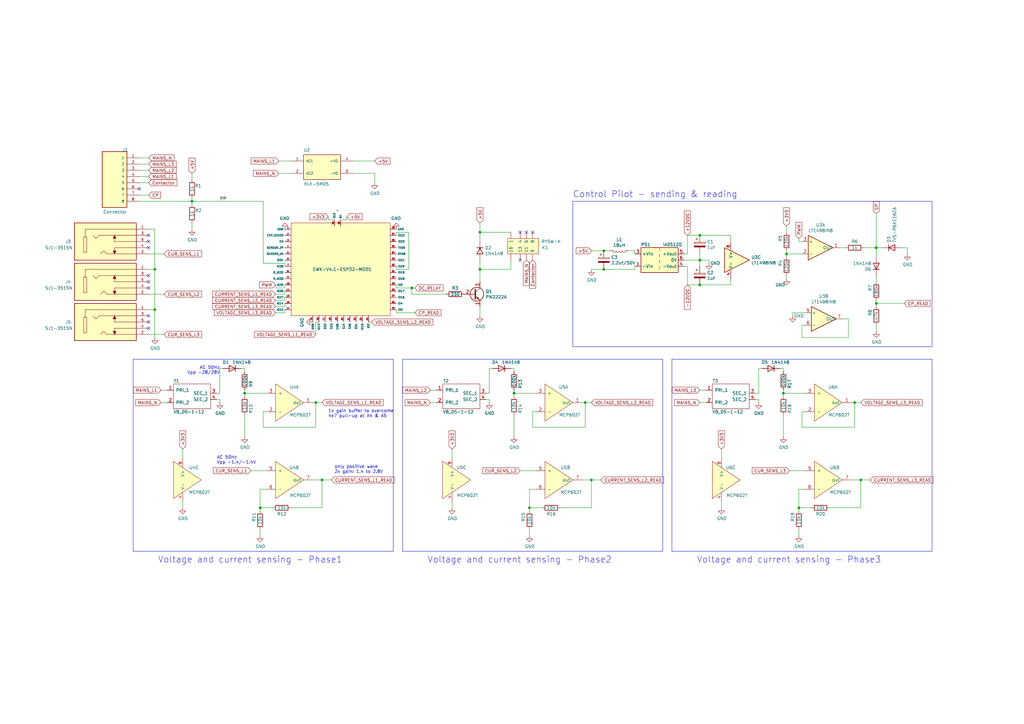
<source format=kicad_sch>
(kicad_sch (version 20230121) (generator eeschema)
  (paper "A3")
  (title_block (title "ECS HORIZOP Prototype") (date "2023-05-14") (rev "1.4") (company "HORIZOP Energy"))
  (lib_symbols
    (symbol "282856-8:282856-8" (pin_names (offset 1.016))
      (property "Reference" "J" (at -5.58 12.7 0))
      (property "Value" "282856-8" (at -5.08 -12.7 0))
      (symbol "282856-8_0_0"
        (pin passive line (at -10.16 10.16 0) (length 5.08) (name "1") (number "1"))
        (pin passive line (at -10.16 7.62 0) (length 5.08) (name "2") (number "2"))
        (pin passive line (at -10.16 5.08 0) (length 5.08) (name "3") (number "3"))
        (pin passive line (at -10.16 2.54 0) (length 5.08) (name "4") (number "4"))
        (pin passive line (at -10.16 0 0) (length 5.08) (name "5") (number "5"))
        (pin passive line (at -10.16 -2.54 0) (length 5.08) (name "6") (number "6"))
        (pin passive line (at -10.16 -5.08 0) (length 5.08) (name "7") (number "7"))
        (pin passive line (at -10.16 -7.62 0) (length 5.08) (name "8") (number "8"))
      )
    )
    (symbol "Converter_DCDC:IA0512D"
      (property "Reference" "PS" (at -7.62 6.35 0))
      (property "Value" "IA0512D" (at 1.27 6.35 0))
      (symbol "IA0512D_0_0"
        (pin power_in line (at -10.16 -2.54 0) (length 2.54) (name "-Vin") (number "1"))
        (pin power_in line (at -10.16 2.54 0) (length 2.54) (name "+Vin") (number "3"))
        (pin power_out line (at 10.16 -2.54 180) (length 2.54) (name "-Vout") (number "4"))
        (pin power_out line (at 10.16 2.54 180) (length 2.54) (name "+Vout") (number "5"))
        (pin power_out line (at 10.16 0 180) (length 2.54) (name "0V") (number "6"))
      )
      (symbol "IA0512D_1_1"
        (pin no_connect line (at 0 -5.08 90) (length 2.54) hide (name "NC") (number "2"))
      )
    )
    (symbol "Device:D" (pin_numbers hide) (pin_names (offset 1.016) hide)
      (property "Reference" "D" (at 0 2.54 0))
      (property "Value" "D" (at 0 -2.54 0))
      (symbol "D_1_1"
        (pin passive line (at -3.81 0 0) (length 2.54) (name "K") (number "1"))
        (pin passive line (at 3.81 0 180) (length 2.54) (name "A") (number "2"))
      )
    )
    (symbol "Device:L" (pin_numbers hide) (pin_names (offset 1.016) hide)
      (property "Reference" "L" (at -1.27 0 90))
      (property "Value" "L" (at 1.905 0 90))
      (symbol "L_1_1"
        (pin passive line (at 0 3.81 270) (length 1.27) (name "1") (number "1"))
        (pin passive line (at 0 -3.81 90) (length 1.27) (name "2") (number "2"))
      )
    )
    (symbol "Device:R" (pin_numbers hide) (pin_names (offset 0))
      (property "Reference" "R" (at 2.032 0 90))
      (property "Value" "R" (at 0 0 90))
      (symbol "R_1_1"
        (pin passive line (at 0 3.81 270) (length 1.27) (name "~") (number "1"))
        (pin passive line (at 0 -3.81 90) (length 1.27) (name "~") (number "2"))
      )
    )
    (symbol "ECS-Prototype-rescue:CP-Device" (pin_numbers hide) (pin_names (offset 0.254))
      (property "Reference" "C" (at 0.635 2.54 0))
      (property "Value" "Device_CP" (at 0.635 -2.54 0))
      (symbol "CP-Device_1_1"
        (pin passive line (at 0 3.81 270) (length 2.794) (name "~") (number "1"))
        (pin passive line (at 0 -3.81 90) (length 2.794) (name "~") (number "2"))
      )
    )
    (symbol "ECS-Prototype-rescue:LT1498IN8-DehneEVSESymbols" (pin_names (offset 0.254))
      (property "Reference" "U" (at 3.81 3.175 0))
      (property "Value" "DehneEVSESymbols_LT1498IN8" (at 3.81 -3.175 0))
      (symbol "LT1498IN8-DehneEVSESymbols_1_1"
        (pin output line (at 7.62 0 180) (length 2.54) (name "OUT") (number "1"))
        (pin input line (at -7.62 -2.54 0) (length 2.54) (name "-") (number "2"))
        (pin input line (at -7.62 2.54 0) (length 2.54) (name "+") (number "3"))
      )
      (symbol "LT1498IN8-DehneEVSESymbols_2_1"
        (pin input line (at -7.62 2.54 0) (length 2.54) (name "+") (number "5"))
        (pin input line (at -7.62 -2.54 0) (length 2.54) (name "-") (number "6"))
        (pin output line (at 7.62 0 180) (length 2.54) (name "OUT") (number "7"))
      )
      (symbol "LT1498IN8-DehneEVSESymbols_3_1"
        (pin power_in line (at -2.54 -7.62 90) (length 3.81) (name "V-") (number "4"))
        (pin power_in line (at -2.54 7.62 270) (length 3.81) (name "V+") (number "8"))
      )
    )
    (symbol "ECS-Prototype-rescue:MCP602T-DehneEVSESymbols" (pin_names (offset 1.016))
      (property "Reference" "U" (at -5.08 6.35 0))
      (property "Value" "DehneEVSESymbols_MCP602T" (at -2.54 -5.08 0))
      (symbol "MCP602T-DehneEVSESymbols_1_1"
        (pin output line (at 3.81 0 180) (length 3.81) (name "out") (number "1"))
        (pin input line (at -15.24 -3.81 0) (length 3.81) (name "-") (number "2"))
        (pin input line (at -15.24 3.81 0) (length 3.81) (name "+") (number "3"))
      )
      (symbol "MCP602T-DehneEVSESymbols_2_1"
        (pin input line (at -15.24 3.81 0) (length 3.81) (name "+") (number "5"))
        (pin input line (at -15.24 -3.81 0) (length 3.81) (name "-") (number "6"))
        (pin output line (at 3.81 0 180) (length 3.81) (name "out") (number "7"))
      )
      (symbol "MCP602T-DehneEVSESymbols_3_1"
        (pin power_in line (at -7.62 -8.89 90) (length 3.81) (name "V-") (number "4"))
        (pin power_in line (at -7.62 8.89 270) (length 3.81) (name "V+") (number "8"))
      )
    )
    (symbol "ECS-Prototype-rescue:VB_05-1-12-DehneEVSESymbols" (pin_names (offset 1.016))
      (property "Reference" "T" (at -6.35 6.35 0))
      (property "Value" "DehneEVSESymbols_VB_05-1-12" (at -1.27 -6.35 0))
      (symbol "VB_05-1-12-DehneEVSESymbols_1_1"
        (pin input line (at -10.16 2.54 0) (length 2.54) (name "PRI_1") (number "1"))
        (pin input line (at -10.16 -2.54 0) (length 2.54) (name "PRI_2") (number "2"))
        (pin input line (at 10.16 1.27 180) (length 2.54) (name "SEC_1") (number "3"))
        (pin input line (at 10.16 -1.27 180) (length 2.54) (name "SEC_2") (number "4"))
      )
    )
    (symbol "HLK-5M05:HLK-5M05" (pin_names (offset 1.016))
      (property "Reference" "PS" (at -7.62 6.35 0))
      (property "Value" "HLK-5M05" (at -7.62 -7.62 0))
      (symbol "HLK-5M05_0_0"
        (pin input line (at -12.7 2.54 0) (length 5.08) (name "AC1") (number "1"))
        (pin input line (at -12.7 -2.54 0) (length 5.08) (name "AC2") (number "2"))
        (pin output line (at 12.7 -2.54 180) (length 5.08) (name "-VO") (number "3"))
        (pin output line (at 12.7 2.54 180) (length 5.08) (name "+VO") (number "4"))
      )
    )
    (symbol "NonFoundThingsSymbols:ESP-WROVER-KIT-V4.1"
      (property "Reference" "EWK-ESP32-MOD?" (at 1.27 1.27 0))
      (symbol "ESP-WROVER-KIT-V4.1_1_1"
        (pin bidirectional line (at -19.05 16.51 180) (length 2.54) (name "GND") (number "1"))
        (pin bidirectional line (at -19.05 -6.35 180) (length 2.54) (name "IO25") (number "10"))
        (pin bidirectional line (at -19.05 -8.89 180) (length 2.54) (name "IO26") (number "11"))
        (pin bidirectional line (at -19.05 -11.43 180) (length 2.54) (name "IO27") (number "12"))
        (pin bidirectional line (at -19.05 -13.97 180) (length 2.54) (name "IO14") (number "13"))
        (pin bidirectional line (at -19.05 -16.51 180) (length 2.54) (name "IO12") (number "14"))
        (pin bidirectional line (at -10.16 -19.05 270) (length 2.54) (name "GND") (number "15"))
        (pin bidirectional line (at -7.62 -19.05 270) (length 2.54) (name "IO13") (number "16"))
        (pin bidirectional line (at -5.08 -19.05 270) (length 2.54) (name "SD2") (number "17"))
        (pin bidirectional line (at -2.54 -19.05 270) (length 2.54) (name "SD3") (number "18"))
        (pin bidirectional line (at 0 -19.05 270) (length 2.54) (name "CMD") (number "19"))
        (pin bidirectional line (at -19.05 13.97 180) (length 2.54) (name "ESP_VDD33") (number "2"))
        (pin bidirectional line (at 2.54 -19.05 270) (length 2.54) (name "CLK") (number "20"))
        (pin bidirectional line (at 5.08 -19.05 270) (length 2.54) (name "SD0") (number "21"))
        (pin bidirectional line (at 10.16 -19.05 270) (length 2.54) (name "IO15") (number "22"))
        (pin bidirectional line (at 7.62 -19.05 270) (length 2.54) (name "SD1") (number "22"))
        (pin bidirectional line (at 12.7 -19.05 270) (length 2.54) (name "IO2") (number "24"))
        (pin bidirectional line (at 21.59 -16.51 0) (length 2.54) (name "IO0") (number "25"))
        (pin bidirectional line (at 21.59 -13.97 0) (length 2.54) (name "IO4") (number "26"))
        (pin bidirectional line (at 21.59 -11.43 0) (length 2.54) (name "IO16") (number "27"))
        (pin bidirectional line (at 21.59 -8.89 0) (length 2.54) (name "IO17") (number "28"))
        (pin bidirectional line (at 21.59 -6.35 0) (length 2.54) (name "IO5") (number "29"))
        (pin bidirectional line (at -19.05 11.43 180) (length 2.54) (name "EN") (number "3"))
        (pin bidirectional line (at 21.59 -3.81 0) (length 2.54) (name "IO18") (number "30"))
        (pin bidirectional line (at 21.59 -1.27 0) (length 2.54) (name "IO19") (number "31"))
        (pin bidirectional line (at 21.59 1.27 0) (length 2.54) (name "IO20") (number "32"))
        (pin bidirectional line (at 21.59 3.81 0) (length 2.54) (name "IO21") (number "33"))
        (pin bidirectional line (at 21.59 6.35 0) (length 2.54) (name "RXD0") (number "34"))
        (pin bidirectional line (at 21.59 8.89 0) (length 2.54) (name "TXD0") (number "35"))
        (pin bidirectional line (at 21.59 11.43 0) (length 2.54) (name "IO22") (number "36"))
        (pin bidirectional line (at 21.59 13.97 0) (length 2.54) (name "IO23") (number "37"))
        (pin bidirectional line (at 21.59 16.51 0) (length 2.54) (name "GND") (number "38"))
        (pin bidirectional line (at 1.27 17.78 90) (length 2.54) (name "5V") (number "39"))
        (pin bidirectional line (at -19.05 8.89 180) (length 2.54) (name "SENSOR_VP") (number "4"))
        (pin bidirectional line (at -1.27 17.78 90) (length 2.54) (name "3V3") (number "40"))
        (pin bidirectional line (at -19.05 6.35 180) (length 2.54) (name "SENSOR_VN") (number "5"))
        (pin bidirectional line (at -19.05 3.81 180) (length 2.54) (name "IO34") (number "6"))
        (pin bidirectional line (at -19.05 1.27 180) (length 2.54) (name "IO35") (number "7"))
        (pin bidirectional line (at -19.05 -1.27 180) (length 2.54) (name "R_IO32") (number "8"))
        (pin bidirectional line (at -19.05 -3.81 180) (length 2.54) (name "R_IO33") (number "9"))
      )
    )
    (symbol "NonFoundThingsSymbols:RY5W-K"
      (property "Reference" "U?" (at 10.16 -10.16 90))
      (symbol "RY5W-K_1_1"
        (pin bidirectional line (at -5.08 -2.54 270) (length 2.54) (name "1") (number ""))
        (pin bidirectional line (at 1.27 -13.97 90) (length 2.54) (name "11") (number ""))
        (pin bidirectional line (at -1.27 -13.97 90) (length 2.54) (name "13") (number ""))
        (pin bidirectional line (at -5.08 -13.97 90) (length 2.54) (name "16") (number ""))
        (pin bidirectional line (at -1.27 -2.54 270) (length 2.54) (name "4") (number ""))
        (pin bidirectional line (at 1.27 -2.54 270) (length 2.54) (name "6") (number ""))
        (pin bidirectional line (at 3.81 -2.54 270) (length 2.54) (name "8") (number ""))
        (pin bidirectional line (at 3.81 -13.97 90) (length 2.54) (name "9") (number ""))
      )
    )
    (symbol "SJ1-3515N:SJ1-3515N" (pin_names (offset 1.016))
      (property "Reference" "J" (at -12.7166 10.1733 0))
      (property "Value" "SJ1-3515N" (at -12.7202 -12.7202 0))
      (symbol "SJ1-3515N_0_0"
        (pin passive line (at 17.78 5.08 180) (length 5.08) (name "~") (number "1"))
        (pin passive line (at 17.78 -5.08 180) (length 5.08) (name "~") (number "2"))
        (pin passive line (at 17.78 2.54 180) (length 5.08) (name "~") (number "3"))
        (pin passive line (at 17.78 -2.54 180) (length 5.08) (name "~") (number "4"))
        (pin passive line (at 17.78 0 180) (length 5.08) (name "~") (number "5"))
      )
    )
    (symbol "Transistor_BJT:PN2222A" (pin_names (offset 0) hide)
      (property "Reference" "Q" (at 5.08 1.905 0))
      (property "Value" "PN2222A" (at 5.08 0 0))
      (symbol "PN2222A_1_1"
        (pin passive line (at 2.54 -5.08 90) (length 2.54) (name "E") (number "1"))
        (pin input line (at -5.08 0 0) (length 5.08) (name "B") (number "2"))
        (pin passive line (at 2.54 5.08 270) (length 2.54) (name "C") (number "3"))
      )
    )
    (symbol "power:GND" (power) (pin_names (offset 0))
      (property "Value" "GND" (at 0 -3.81 0))
      (symbol "GND_1_1"
        (pin power_in line (at 0 0 270) (length 0) hide (name "GND") (number "1"))
      )
    )
  )
  (junction (at 321.31 161.29))
  (junction (at 359.41 101.6))
  (junction (at 129.54 165.1))
  (junction (at 196.85 95.25))
  (junction (at 353.06 196.85))
  (junction (at 100.33 161.29))
  (junction (at 287.02 116.84))
  (junction (at 359.41 124.46))
  (junction (at 327.66 208.28))
  (junction (at 350.52 165.1))
  (junction (at 247.65 102.87))
  (junction (at 287.02 96.52))
  (junction (at 242.57 196.85))
  (junction (at 247.65 110.49))
  (junction (at 106.68 208.28))
  (junction (at 168.91 118.11))
  (junction (at 63.5 127))
  (junction (at 132.08 196.85))
  (junction (at 287.02 106.68))
  (junction (at 322.58 104.14))
  (junction (at 240.03 165.1))
  (junction (at 210.82 161.29))
  (junction (at 78.74 82.55))
  (junction (at 63.5 110.49))
  (junction (at 217.17 208.28))
  (junction (at 196.85 110.49))
  (no_connect (at 60.96 132.08))
  (no_connect (at 218.44 95.25))
  (no_connect (at 60.96 129.54))
  (no_connect (at 213.36 106.68))
  (no_connect (at 213.36 95.25))
  (no_connect (at 60.96 96.52))
  (no_connect (at 60.96 118.11))
  (no_connect (at 60.96 134.62))
  (no_connect (at 60.96 115.57))
  (no_connect (at 57.15 77.47))
  (no_connect (at 60.96 99.06))
  (no_connect (at 215.9 95.25))
  (no_connect (at 60.96 113.03))
  (no_connect (at 60.96 101.6))
  (wire (pts (xy 321.31 161.29) (xy 321.31 162.56)))
  (wire (pts (xy 328.93 133.35) (xy 330.2 133.35)))
  (wire (pts (xy 359.41 123.19) (xy 359.41 124.46)))
  (wire (pts (xy 60.96 74.93) (xy 57.15 74.93)))
  (wire (pts (xy 116.84 121.92) (xy 116.84 123.19)))
  (wire (pts (xy 217.17 217.17) (xy 217.17 219.71)))
  (wire (pts (xy 359.41 124.46) (xy 370.84 124.46)))
  (wire (pts (xy 344.17 101.6) (xy 346.71 101.6)))
  (wire (pts (xy 116.84 107.95) (xy 116.84 109.22)))
  (wire (pts (xy 63.5 110.49) (xy 63.5 127)))
  (wire (pts (xy 311.15 161.29) (xy 311.15 151.13)))
  (wire (pts (xy 185.42 187.96) (xy 185.42 184.15)))
  (polyline (pts (xy 161.29 226.06) (xy 54.61 226.06)))
  (wire (pts (xy 359.41 124.46) (xy 359.41 125.73)))
  (wire (pts (xy 322.58 104.14) (xy 322.58 102.87)))
  (wire (pts (xy 170.18 118.11) (xy 168.91 118.11)))
  (wire (pts (xy 287.02 165.1) (xy 289.56 165.1)))
  (wire (pts (xy 246.38 196.85) (xy 242.57 196.85)))
  (wire (pts (xy 229.87 208.28) (xy 242.57 208.28)))
  (wire (pts (xy 113.03 116.84) (xy 113.03 118.11)))
  (wire (pts (xy 78.74 82.55) (xy 78.74 81.28)))
  (wire (pts (xy 196.85 110.49) (xy 196.85 115.57)))
  (wire (pts (xy 359.41 101.6) (xy 361.95 101.6)))
  (wire (pts (xy 327.66 208.28) (xy 332.74 208.28)))
  (wire (pts (xy 129.54 137.16) (xy 129.54 132.08)))
  (wire (pts (xy 240.03 165.1) (xy 240.03 175.26)))
  (wire (pts (xy 349.25 196.85) (xy 353.06 196.85)))
  (wire (pts (xy 167.64 95.25) (xy 167.64 110.49)))
  (wire (pts (xy 57.15 82.55) (xy 78.74 82.55)))
  (wire (pts (xy 116.84 116.84) (xy 116.84 118.11)))
  (wire (pts (xy 116.84 119.38) (xy 116.84 120.65)))
  (wire (pts (xy 60.96 64.77) (xy 57.15 64.77)))
  (polyline (pts (xy 382.27 147.32) (xy 382.27 226.06)))
  (wire (pts (xy 242.57 110.49) (xy 247.65 110.49)))
  (wire (pts (xy 281.94 109.22) (xy 281.94 116.84)))
  (wire (pts (xy 196.85 106.68) (xy 196.85 110.49)))
  (wire (pts (xy 210.82 170.18) (xy 210.82 179.07)))
  (wire (pts (xy 359.41 87.63) (xy 359.41 101.6)))
  (wire (pts (xy 201.93 151.13) (xy 200.66 151.13)))
  (wire (pts (xy 280.67 104.14) (xy 281.94 104.14)))
  (wire (pts (xy 132.08 165.1) (xy 129.54 165.1)))
  (wire (pts (xy 74.93 205.74) (xy 74.93 208.28)))
  (wire (pts (xy 213.36 193.04) (xy 219.71 193.04)))
  (wire (pts (xy 60.96 120.65) (xy 67.31 120.65)))
  (wire (pts (xy 328.93 168.91) (xy 328.93 175.26)))
  (wire (pts (xy 113.03 125.73) (xy 116.84 125.73)))
  (wire (pts (xy 190.5 120.65) (xy 189.23 120.65)))
  (wire (pts (xy 330.2 168.91) (xy 328.93 168.91)))
  (polyline (pts (xy 54.61 147.32) (xy 161.29 147.32)))
  (wire (pts (xy 144.78 71.12) (xy 153.67 71.12)))
  (wire (pts (xy 209.55 151.13) (xy 210.82 151.13)))
  (wire (pts (xy 218.44 168.91) (xy 218.44 175.26)))
  (polyline (pts (xy 271.78 226.06) (xy 165.1 226.06)))
  (wire (pts (xy 168.91 120.65) (xy 182.88 120.65)))
  (wire (pts (xy 109.22 168.91) (xy 107.95 168.91)))
  (wire (pts (xy 295.91 187.96) (xy 295.91 184.15)))
  (wire (pts (xy 327.66 217.17) (xy 327.66 219.71)))
  (wire (pts (xy 200.66 161.29) (xy 200.66 151.13)))
  (wire (pts (xy 132.08 208.28) (xy 132.08 196.85)))
  (wire (pts (xy 179.07 160.02) (xy 176.53 160.02)))
  (wire (pts (xy 129.54 175.26) (xy 107.95 175.26)))
  (wire (pts (xy 90.17 163.83) (xy 90.17 165.1)))
  (wire (pts (xy 287.02 104.14) (xy 287.02 106.68)))
  (wire (pts (xy 139.7 90.17) (xy 142.24 90.17)))
  (wire (pts (xy 330.2 128.27) (xy 325.12 128.27)))
  (wire (pts (xy 106.68 200.66) (xy 106.68 208.28)))
  (wire (pts (xy 74.93 187.96) (xy 74.93 184.15)))
  (wire (pts (xy 170.18 128.27) (xy 162.56 128.27)))
  (wire (pts (xy 78.74 91.44) (xy 78.74 93.98)))
  (wire (pts (xy 57.15 67.31) (xy 60.96 67.31)))
  (wire (pts (xy 327.66 200.66) (xy 327.66 208.28)))
  (wire (pts (xy 209.55 110.49) (xy 196.85 110.49)))
  (wire (pts (xy 63.5 93.98) (xy 63.5 110.49)))
  (wire (pts (xy 162.56 95.25) (xy 162.56 96.52)))
  (wire (pts (xy 199.39 161.29) (xy 200.66 161.29)))
  (wire (pts (xy 359.41 113.03) (xy 359.41 115.57)))
  (polyline (pts (xy 271.78 147.32) (xy 271.78 226.06)))
  (wire (pts (xy 290.83 106.68) (xy 290.83 107.95)))
  (wire (pts (xy 242.57 102.87) (xy 247.65 102.87)))
  (wire (pts (xy 280.67 106.68) (xy 287.02 106.68)))
  (wire (pts (xy 116.84 127) (xy 116.84 128.27)))
  (wire (pts (xy 99.06 151.13) (xy 100.33 151.13)))
  (wire (pts (xy 287.02 106.68) (xy 290.83 106.68)))
  (wire (pts (xy 162.56 116.84) (xy 162.56 118.11)))
  (wire (pts (xy 144.78 66.04) (xy 153.67 66.04)))
  (wire (pts (xy 322.58 113.03) (xy 322.58 114.3)))
  (wire (pts (xy 162.56 110.49) (xy 167.64 110.49)))
  (wire (pts (xy 162.56 127) (xy 162.56 128.27)))
  (wire (pts (xy 240.03 165.1) (xy 238.76 165.1)))
  (wire (pts (xy 347.98 130.81) (xy 347.98 138.43)))
  (wire (pts (xy 328.93 99.06) (xy 327.66 99.06)))
  (wire (pts (xy 322.58 104.14) (xy 322.58 105.41)))
  (wire (pts (xy 345.44 130.81) (xy 347.98 130.81)))
  (wire (pts (xy 100.33 161.29) (xy 100.33 162.56)))
  (wire (pts (xy 107.95 107.95) (xy 116.84 107.95)))
  (wire (pts (xy 67.31 104.14) (xy 60.96 104.14)))
  (wire (pts (xy 323.85 193.04) (xy 330.2 193.04)))
  (wire (pts (xy 217.17 208.28) (xy 222.25 208.28)))
  (wire (pts (xy 60.96 127) (xy 63.5 127)))
  (polyline (pts (xy 234.95 142.24) (xy 382.27 142.24)))
  (wire (pts (xy 210.82 161.29) (xy 210.82 162.56)))
  (polyline (pts (xy 165.1 147.32) (xy 271.78 147.32)))
  (wire (pts (xy 119.38 208.28) (xy 132.08 208.28)))
  (wire (pts (xy 260.35 110.49) (xy 260.35 109.22)))
  (wire (pts (xy 320.04 151.13) (xy 321.31 151.13)))
  (wire (pts (xy 107.95 82.55) (xy 107.95 107.95)))
  (wire (pts (xy 106.68 217.17) (xy 106.68 219.71)))
  (wire (pts (xy 356.87 196.85) (xy 353.06 196.85)))
  (wire (pts (xy 100.33 170.18) (xy 100.33 179.07)))
  (polyline (pts (xy 165.1 226.06) (xy 165.1 147.32)))
  (wire (pts (xy 328.93 138.43) (xy 328.93 133.35)))
  (wire (pts (xy 129.54 165.1) (xy 128.27 165.1)))
  (wire (pts (xy 113.03 118.11) (xy 116.84 118.11)))
  (wire (pts (xy 114.3 71.12) (xy 119.38 71.12)))
  (polyline (pts (xy 382.27 142.24) (xy 382.27 82.55)))
  (wire (pts (xy 287.02 96.52) (xy 299.72 96.52)))
  (wire (pts (xy 287.02 116.84) (xy 299.72 116.84)))
  (wire (pts (xy 242.57 165.1) (xy 240.03 165.1)))
  (wire (pts (xy 60.96 80.01) (xy 57.15 80.01)))
  (wire (pts (xy 309.88 161.29) (xy 311.15 161.29)))
  (wire (pts (xy 350.52 165.1) (xy 349.25 165.1)))
  (wire (pts (xy 321.31 161.29) (xy 330.2 161.29)))
  (wire (pts (xy 209.55 106.68) (xy 209.55 110.49)))
  (wire (pts (xy 219.71 168.91) (xy 218.44 168.91)))
  (wire (pts (xy 347.98 138.43) (xy 328.93 138.43)))
  (polyline (pts (xy 234.95 142.24) (xy 234.95 82.55)))
  (wire (pts (xy 196.85 95.25) (xy 196.85 99.06)))
  (wire (pts (xy 113.03 123.19) (xy 116.84 123.19)))
  (wire (pts (xy 113.03 128.27) (xy 116.84 128.27)))
  (wire (pts (xy 106.68 208.28) (xy 111.76 208.28)))
  (wire (pts (xy 210.82 151.13) (xy 210.82 152.4)))
  (wire (pts (xy 325.12 128.27) (xy 325.12 129.54)))
  (wire (pts (xy 257.81 102.87) (xy 260.35 102.87)))
  (wire (pts (xy 238.76 196.85) (xy 242.57 196.85)))
  (wire (pts (xy 196.85 95.25) (xy 196.85 91.44)))
  (wire (pts (xy 210.82 161.29) (xy 219.71 161.29)))
  (wire (pts (xy 353.06 208.28) (xy 353.06 196.85)))
  (wire (pts (xy 102.87 193.04) (xy 109.22 193.04)))
  (wire (pts (xy 309.88 163.83) (xy 311.15 163.83)))
  (wire (pts (xy 176.53 165.1) (xy 179.07 165.1)))
  (wire (pts (xy 247.65 110.49) (xy 260.35 110.49)))
  (wire (pts (xy 162.56 95.25) (xy 167.64 95.25)))
  (wire (pts (xy 107.95 168.91) (xy 107.95 175.26)))
  (wire (pts (xy 57.15 72.39) (xy 60.96 72.39)))
  (wire (pts (xy 106.68 208.28) (xy 106.68 209.55)))
  (wire (pts (xy 153.67 71.12) (xy 153.67 74.93)))
  (wire (pts (xy 199.39 163.83) (xy 200.66 163.83)))
  (wire (pts (xy 60.96 110.49) (xy 63.5 110.49)))
  (wire (pts (xy 109.22 200.66) (xy 106.68 200.66)))
  (wire (pts (xy 68.58 160.02) (xy 66.04 160.02)))
  (wire (pts (xy 114.3 66.04) (xy 119.38 66.04)))
  (wire (pts (xy 321.31 170.18) (xy 321.31 179.07)))
  (wire (pts (xy 354.33 101.6) (xy 359.41 101.6)))
  (wire (pts (xy 100.33 160.02) (xy 100.33 161.29)))
  (wire (pts (xy 281.94 104.14) (xy 281.94 96.52)))
  (wire (pts (xy 372.11 101.6) (xy 372.11 104.14)))
  (wire (pts (xy 107.95 82.55) (xy 78.74 82.55)))
  (wire (pts (xy 128.27 196.85) (xy 132.08 196.85)))
  (wire (pts (xy 185.42 205.74) (xy 185.42 208.28)))
  (wire (pts (xy 129.54 165.1) (xy 129.54 175.26)))
  (wire (pts (xy 312.42 151.13) (xy 311.15 151.13)))
  (wire (pts (xy 369.57 101.6) (xy 372.11 101.6)))
  (wire (pts (xy 350.52 165.1) (xy 350.52 175.26)))
  (wire (pts (xy 90.17 161.29) (xy 90.17 151.13)))
  (wire (pts (xy 281.94 96.52) (xy 287.02 96.52)))
  (wire (pts (xy 134.62 90.17) (xy 137.16 90.17)))
  (wire (pts (xy 60.96 137.16) (xy 67.31 137.16)))
  (wire (pts (xy 210.82 160.02) (xy 210.82 161.29)))
  (wire (pts (xy 88.9 163.83) (xy 90.17 163.83)))
  (polyline (pts (xy 275.59 226.06) (xy 275.59 147.32)))
  (wire (pts (xy 359.41 101.6) (xy 359.41 105.41)))
  (wire (pts (xy 311.15 163.83) (xy 311.15 165.1)))
  (wire (pts (xy 66.04 165.1) (xy 68.58 165.1)))
  (wire (pts (xy 100.33 161.29) (xy 109.22 161.29)))
  (wire (pts (xy 280.67 109.22) (xy 281.94 109.22)))
  (wire (pts (xy 327.66 208.28) (xy 327.66 209.55)))
  (polyline (pts (xy 161.29 147.32) (xy 161.29 226.06)))
  (wire (pts (xy 242.57 208.28) (xy 242.57 196.85)))
  (wire (pts (xy 217.17 200.66) (xy 217.17 208.28)))
  (wire (pts (xy 299.72 96.52) (xy 299.72 99.06)))
  (wire (pts (xy 196.85 95.25) (xy 209.55 95.25)))
  (polyline (pts (xy 382.27 226.06) (xy 275.59 226.06)))
  (wire (pts (xy 63.5 127) (xy 63.5 138.43)))
  (polyline (pts (xy 54.61 226.06) (xy 54.61 147.32)))
  (wire (pts (xy 196.85 125.73) (xy 196.85 129.54)))
  (wire (pts (xy 113.03 120.65) (xy 116.84 120.65)))
  (wire (pts (xy 330.2 200.66) (xy 327.66 200.66)))
  (wire (pts (xy 353.06 165.1) (xy 350.52 165.1)))
  (wire (pts (xy 168.91 120.65) (xy 168.91 118.11)))
  (wire (pts (xy 321.31 151.13) (xy 321.31 152.4)))
  (wire (pts (xy 328.93 104.14) (xy 322.58 104.14)))
  (wire (pts (xy 260.35 102.87) (xy 260.35 104.14)))
  (wire (pts (xy 129.54 132.08) (xy 130.81 132.08)))
  (wire (pts (xy 281.94 116.84) (xy 287.02 116.84)))
  (polyline (pts (xy 234.95 82.55) (xy 382.27 82.55)))
  (wire (pts (xy 162.56 109.22) (xy 162.56 110.49)))
  (wire (pts (xy 60.96 93.98) (xy 63.5 93.98)))
  (wire (pts (xy 219.71 200.66) (xy 217.17 200.66)))
  (wire (pts (xy 200.66 163.83) (xy 200.66 165.1)))
  (wire (pts (xy 247.65 102.87) (xy 250.19 102.87)))
  (wire (pts (xy 327.66 99.06) (xy 327.66 97.79)))
  (wire (pts (xy 78.74 73.66) (xy 78.74 71.12)))
  (wire (pts (xy 350.52 175.26) (xy 328.93 175.26)))
  (wire (pts (xy 60.96 69.85) (xy 57.15 69.85)))
  (wire (pts (xy 321.31 160.02) (xy 321.31 161.29)))
  (wire (pts (xy 287.02 106.68) (xy 287.02 109.22)))
  (wire (pts (xy 217.17 208.28) (xy 217.17 209.55)))
  (wire (pts (xy 168.91 118.11) (xy 162.56 118.11)))
  (wire (pts (xy 91.44 151.13) (xy 90.17 151.13)))
  (wire (pts (xy 299.72 116.84) (xy 299.72 114.3)))
  (wire (pts (xy 134.62 88.9) (xy 134.62 90.17)))
  (wire (pts (xy 322.58 95.25) (xy 322.58 92.71)))
  (wire (pts (xy 88.9 161.29) (xy 90.17 161.29)))
  (wire (pts (xy 289.56 160.02) (xy 287.02 160.02)))
  (wire (pts (xy 100.33 151.13) (xy 100.33 152.4)))
  (wire (pts (xy 295.91 205.74) (xy 295.91 208.28)))
  (wire (pts (xy 359.41 135.89) (xy 359.41 133.35)))
  (wire (pts (xy 240.03 175.26) (xy 218.44 175.26)))
  (wire (pts (xy 78.74 83.82) (xy 78.74 82.55)))
  (wire (pts (xy 142.24 88.9) (xy 142.24 90.17)))
  (polyline (pts (xy 275.59 147.32) (xy 382.27 147.32)))
  (wire (pts (xy 340.36 208.28) (xy 353.06 208.28)))
  (wire (pts (xy 151.13 132.08) (xy 152.4 132.08)))
  (wire (pts (xy 116.84 124.46) (xy 116.84 125.73)))
  (wire (pts (xy 135.89 196.85) (xy 132.08 196.85)))
  (text "AC 50Hz\nVpp -1.4/-1.4V" (at 88.9 190.5 0) (effects (font (size 1.27 1.27)) (justify left bottom)))
  (text "only positive wave\n2x gain: 1.4 to 2.8V" (at 137.16 194.31 0) (effects (font (size 1.27 1.27)) (justify left bottom)))
  (text "Voltage and current sensing - Phase2" (at 175.26 231.14 0) (effects (font (size 2.54 2.54)) (justify left bottom)))
  (text "Voltage and current sensing - Phase1" (at 64.77 231.14 0) (effects (font (size 2.54 2.54)) (justify left bottom)))
  (text "Voltage and current sensing - Phase3" (at 285.75 231.14 0) (effects (font (size 2.54 2.54)) (justify left bottom)))
  (text "1x gain buffer to overcome\n4k7 pull-up at A4 & A5" (at 134.62 171.45 0) (effects (font (size 1.27 1.27)) (justify left bottom)))
  (text "Control Pilot - sending & reading" (at 234.95 81.28 0) (effects (font (size 2.54 2.54)) (justify left bottom)))
  (text "AC 50Hz\nVpp -28/28V" (at 90.17 153.67 0) (effects (font (size 1.27 1.27)) (justify right bottom)))
  (label "PP" (at 90.17 82.55 0))
  (global_label "CUR_SENS_L2" (shape input) (at 213.36 193.04 180) (property "Intersheetrefs" "${INTERSHEET_REFS}" (effects hide)))
  (global_label "+5V" (shape input) (at 153.67 66.04 0) (property "Intersheetrefs" "${INTERSHEET_REFS}" (effects hide)))
  (global_label "+5V" (shape input) (at 142.24 88.9 0) (property "Intersheetrefs" "${INTERSHEET_REFS}" (effects hide)))
  (global_label "MAINS_L1" (shape input) (at 66.04 160.02 180) (property "Intersheetrefs" "${INTERSHEET_REFS}" (effects hide)))
  (global_label "-12VDC" (shape input) (at 281.94 116.84 270) (property "Intersheetrefs" "${INTERSHEET_REFS}" (effects hide)))
  (global_label "+5V" (shape input) (at 78.74 71.12 90) (property "Intersheetrefs" "${INTERSHEET_REFS}" (effects hide)))
  (global_label "MAINS_L3" (shape input) (at 60.96 67.31 0) (property "Intersheetrefs" "${INTERSHEET_REFS}" (effects hide)))
  (global_label "+3V3" (shape input) (at 322.58 92.71 90) (property "Intersheetrefs" "${INTERSHEET_REFS}" (effects hide)))
  (global_label "CUR_SENS_L3" (shape input) (at 67.31 137.16 0) (property "Intersheetrefs" "${INTERSHEET_REFS}" (effects hide)))
  (global_label "MAINS_N" (shape input) (at 60.96 64.77 0) (property "Intersheetrefs" "${INTERSHEET_REFS}" (effects hide)))
  (global_label "VOLTAGE_SENS_L1_READ" (shape input) (at 132.08 165.1 0) (property "Intersheetrefs" "${INTERSHEET_REFS}" (effects hide)))
  (global_label "Contactor" (shape input) (at 218.44 106.68 270) (property "Intersheetrefs" "${INTERSHEET_REFS}" (effects hide)))
  (global_label "CUR_SENS_L1" (shape input) (at 102.87 193.04 180) (property "Intersheetrefs" "${INTERSHEET_REFS}" (effects hide)))
  (global_label "CP" (shape input) (at 359.41 87.63 90) (property "Intersheetrefs" "${INTERSHEET_REFS}" (effects hide)))
  (global_label "+3V3" (shape input) (at 134.62 88.9 180) (property "Intersheetrefs" "${INTERSHEET_REFS}" (effects hide)))
  (global_label "+3V3" (shape input) (at 74.93 184.15 90) (property "Intersheetrefs" "${INTERSHEET_REFS}" (effects hide)))
  (global_label "MAINS_N" (shape input) (at 215.9 106.68 270) (property "Intersheetrefs" "${INTERSHEET_REFS}" (effects hide)))
  (global_label "CP" (shape input) (at 60.96 80.01 0) (property "Intersheetrefs" "${INTERSHEET_REFS}" (effects hide)))
  (global_label "CUR_SENS_L2" (shape input) (at 67.31 120.65 0) (property "Intersheetrefs" "${INTERSHEET_REFS}" (effects hide)))
  (global_label "CP_READ" (shape input) (at 370.84 124.46 0) (property "Intersheetrefs" "${INTERSHEET_REFS}" (effects hide)))
  (global_label "+3V3" (shape input) (at 185.42 184.15 90) (property "Intersheetrefs" "${INTERSHEET_REFS}" (effects hide)))
  (global_label "CURRENT_SENS_L1_READ" (shape input) (at 113.03 120.65 180) (property "Intersheetrefs" "${INTERSHEET_REFS}" (effects hide)))
  (global_label "MAINS_L1" (shape input) (at 60.96 72.39 0) (property "Intersheetrefs" "${INTERSHEET_REFS}" (effects hide)))
  (global_label "Contactor" (shape input) (at 60.96 74.93 0) (property "Intersheetrefs" "${INTERSHEET_REFS}" (effects hide)))
  (global_label "VOLTAGE_SENS_L3_READ" (shape input) (at 113.03 128.27 180) (property "Intersheetrefs" "${INTERSHEET_REFS}" (effects hide)))
  (global_label "VOLTAGE_SENS_L1_READ" (shape input) (at 129.54 137.16 180) (property "Intersheetrefs" "${INTERSHEET_REFS}" (effects hide)))
  (global_label "CURRENT_SENS_L3_READ" (shape input) (at 113.03 125.73 180) (property "Intersheetrefs" "${INTERSHEET_REFS}" (effects hide)))
  (global_label "PWM" (shape input) (at 113.03 116.84 180) (property "Intersheetrefs" "${INTERSHEET_REFS}" (effects hide)))
  (global_label "CURRENT_SENS_L2_READ" (shape input) (at 246.38 196.85 0) (property "Intersheetrefs" "${INTERSHEET_REFS}" (effects hide)))
  (global_label "MAINS_L2" (shape input) (at 176.53 160.02 180) (property "Intersheetrefs" "${INTERSHEET_REFS}" (effects hide)))
  (global_label "CURRENT_SENS_L2_READ" (shape input) (at 113.03 123.19 180) (property "Intersheetrefs" "${INTERSHEET_REFS}" (effects hide)))
  (global_label "MAINS_N" (shape input) (at 66.04 165.1 180) (property "Intersheetrefs" "${INTERSHEET_REFS}" (effects hide)))
  (global_label "+12VDC" (shape input) (at 281.94 96.52 90) (property "Intersheetrefs" "${INTERSHEET_REFS}" (effects hide)))
  (global_label "MAINS_N" (shape input) (at 287.02 165.1 180) (property "Intersheetrefs" "${INTERSHEET_REFS}" (effects hide)))
  (global_label "VOLTAGE_SENS_L2_READ" (shape input) (at 152.4 132.08 0) (property "Intersheetrefs" "${INTERSHEET_REFS}" (effects hide)))
  (global_label "CP_READ" (shape input) (at 170.18 128.27 0) (property "Intersheetrefs" "${INTERSHEET_REFS}" (effects hide)))
  (global_label "MAINS_L1" (shape input) (at 114.3 66.04 180) (property "Intersheetrefs" "${INTERSHEET_REFS}" (effects hide)))
  (global_label "VOLTAGE_SENS_L3_READ" (shape input) (at 353.06 165.1 0) (property "Intersheetrefs" "${INTERSHEET_REFS}" (effects hide)))
  (global_label "CURRENT_SENS_L3_READ" (shape input) (at 356.87 196.85 0) (property "Intersheetrefs" "${INTERSHEET_REFS}" (effects hide)))
  (global_label "CURRENT_SENS_L1_READ" (shape input) (at 135.89 196.85 0) (property "Intersheetrefs" "${INTERSHEET_REFS}" (effects hide)))
  (global_label "PWM" (shape input) (at 327.66 97.79 90) (property "Intersheetrefs" "${INTERSHEET_REFS}" (effects hide)))
  (global_label "CUR_SENS_L3" (shape input) (at 323.85 193.04 180) (property "Intersheetrefs" "${INTERSHEET_REFS}" (effects hide)))
  (global_label "DC_RELAY" (shape input) (at 170.18 118.11 0) (property "Intersheetrefs" "${INTERSHEET_REFS}" (effects hide)))
  (global_label "MAINS_N" (shape input) (at 176.53 165.1 180) (property "Intersheetrefs" "${INTERSHEET_REFS}" (effects hide)))
  (global_label "+5V" (shape input) (at 196.85 91.44 90) (property "Intersheetrefs" "${INTERSHEET_REFS}" (effects hide)))
  (global_label "MAINS_L3" (shape input) (at 287.02 160.02 180) (property "Intersheetrefs" "${INTERSHEET_REFS}" (effects hide)))
  (global_label "+5V" (shape input) (at 242.57 102.87 180) (property "Intersheetrefs" "${INTERSHEET_REFS}" (effects hide)))
  (global_label "MAINS_L2" (shape input) (at 60.96 69.85 0) (property "Intersheetrefs" "${INTERSHEET_REFS}" (effects hide)))
  (global_label "MAINS_N" (shape input) (at 114.3 71.12 180) (property "Intersheetrefs" "${INTERSHEET_REFS}" (effects hide)))
  (global_label "VOLTAGE_SENS_L2_READ" (shape input) (at 242.57 165.1 0) (property "Intersheetrefs" "${INTERSHEET_REFS}" (effects hide)))
  (global_label "CUR_SENS_L1" (shape input) (at 67.31 104.14 0) (property "Intersheetrefs" "${INTERSHEET_REFS}" (effects hide)))
  (global_label "+3V3" (shape input) (at 295.91 184.15 90) (property "Intersheetrefs" "${INTERSHEET_REFS}" (effects hide)))
  (symbol (lib_id "power:GND") (at 63.5 138.43 0) (unit 1)
    (property "Reference" "#PWR0126" (effects hide))
    (property "Value" "GND" (at 63.627 142.8242 0))
  )
  (symbol (lib_id "HLK-5M05:HLK-5M05") (at 132.08 68.58 0) (unit 1)
    (property "Reference" "U2" (at 124.46 62.23 0) (effects (justify left bottom)))
    (property "Value" "HLK-5M05" (at 124.46 76.2 0) (effects (justify left bottom)))
    (property "Footprint" "CONV_HLK-5M05" (effects hide))
    (property "PRICE" "None" (effects hide))
    (property "MF" "MEAN WELL" (effects hide))
    (property "DESCRIPTION" "AC-DC Single output Encapsulated power supply; Output 5Vdc at 1.0A; PCB mount, miniature size" (effects hide))
    (property "PACKAGE" "DIP-4 Mean Well" (effects hide))
    (property "AVAILABILITY" "Unavailable" (effects hide))
    (property "MP" "IRM-05-5" (effects hide))
    (property "PARTREV" "N/A" (effects hide))
    (property "STANDARD" "Manufacturer Recommendations" (effects hide))
    (property "MANUFACTURER" "HI-LINK" (effects hide))
  )
  (symbol (lib_id "ECS-Prototype-rescue:CP-Device") (at 287.02 100.33 0) (unit 1)
    (property "Reference" "C1" (at 290.0172 99.1616 0) (effects (justify left)))
    (property "Value" "1uf" (at 290.0172 101.473 0) (effects (justify left)))
    (property "Footprint" "Capacitor_THT:CP_Radial_D5.0mm_P2.50mm" (effects hide))
  )
  (symbol (lib_id "ECS-Prototype-rescue:CP-Device") (at 287.02 113.03 0) (unit 1)
    (property "Reference" "C2" (at 290.0172 111.8616 0) (effects (justify left)))
    (property "Value" "1uf" (at 290.0172 114.173 0) (effects (justify left)))
    (property "Footprint" "Capacitor_THT:CP_Radial_D5.0mm_P2.50mm" (effects hide))
  )
  (symbol (lib_id "Converter_DCDC:IA0512D") (at 270.51 106.68 0) (unit 1)
    (property "Reference" "PS1" (at 262.89 100.33 0) (effects (justify left)))
    (property "Value" "IA0512D" (at 271.78 100.33 0) (effects (justify left)))
    (property "Footprint" "Converter_DCDC:Converter_DCDC_XP_POWER-IAxxxxD_THT" (effects hide))
    (property "Datasheet" "https://www.xppower.com/pdfs/SF_IA.pdf" (effects hide))
  )
  (symbol (lib_id "power:GND") (at 153.67 74.93 0) (unit 1)
    (property "Reference" "#PWR0101" (effects hide))
    (property "Value" "GND" (at 153.797 79.3242 0))
  )
  (symbol (lib_id "power:GND") (at 242.57 110.49 0) (unit 1)
    (property "Reference" "#PWR0105" (effects hide))
    (property "Value" "GND" (at 242.697 114.8842 0))
  )
  (symbol (lib_id "Device:L") (at 254 102.87 270) (unit 1)
    (property "Reference" "L1" (at 254 98.2726 90))
    (property "Value" "18uH" (at 254 100.584 90))
    (property "Footprint" "Inductor_THT:L_Radial_D8.7mm_P5.00mm_Fastron_07HCP" (effects hide))
  )
  (symbol (lib_id "ECS-Prototype-rescue:CP-Device") (at 247.65 106.68 0) (unit 1)
    (property "Reference" "C3" (at 250.6472 105.5116 0) (effects (justify left)))
    (property "Value" "2.2uf/50V" (at 250.6472 107.823 0) (effects (justify left)))
    (property "Footprint" "Capacitor_THT:CP_Radial_D5.0mm_P2.50mm" (effects hide))
  )
  (symbol (lib_id "Device:R") (at 78.74 77.47 180) (unit 1)
    (property "Reference" "R1" (at 81.28 76.2 0))
    (property "Value" "1k" (at 78.74 77.47 90))
    (property "Footprint" "Resistor_THT:R_Axial_DIN0207_L6.3mm_D2.5mm_P10.16mm_Horizontal" (effects hide))
  )
  (symbol (lib_id "Device:R") (at 78.74 87.63 180) (unit 1)
    (property "Reference" "R2" (at 80.01 86.36 0) (effects (justify right)))
    (property "Value" "1k" (at 78.74 88.9 90) (effects (justify right)))
    (property "Footprint" "Resistor_THT:R_Axial_DIN0207_L6.3mm_D2.5mm_P10.16mm_Horizontal" (effects hide))
  )
  (symbol (lib_id "power:GND") (at 290.83 107.95 0) (unit 1)
    (property "Reference" "#PWR0106" (effects hide))
    (property "Value" "GND" (at 293.37 107.95 0))
  )
  (symbol (lib_id "power:GND") (at 78.74 93.98 0) (unit 1)
    (property "Reference" "#PWR0103" (effects hide))
    (property "Value" "GND" (at 78.867 98.3742 0))
  )
  (symbol (lib_id "Transistor_BJT:PN2222A") (at 194.31 120.65 0) (unit 1)
    (property "Reference" "Q1" (at 199.136 119.4816 0) (effects (justify left)))
    (property "Value" "PN2222A" (at 199.136 121.793 0) (effects (justify left)))
    (property "Footprint" "Package_TO_SOT_THT:TO-92_Inline_Wide" (effects hide))
    (property "Datasheet" "https://www.onsemi.com/pub/Collateral/PN2222-D.PDF" (effects hide))
  )
  (symbol (lib_id "power:GND") (at 196.85 129.54 0) (unit 1)
    (property "Reference" "#PWR0104" (effects hide))
    (property "Value" "GND" (at 196.977 133.9342 0))
  )
  (symbol (lib_id "Device:R") (at 186.69 120.65 90) (unit 1)
    (property "Reference" "R3" (at 186.69 118.11 90))
    (property "Value" "330" (at 186.69 120.65 90))
    (property "Footprint" "Resistor_THT:R_Axial_DIN0207_L6.3mm_D2.5mm_P10.16mm_Horizontal" (effects hide))
  )
  (symbol (lib_id "Device:D") (at 196.85 102.87 270) (unit 1)
    (property "Reference" "D2" (at 198.882 101.7016 90) (effects (justify left)))
    (property "Value" "1N4148" (at 198.882 104.013 90) (effects (justify left)))
    (property "Footprint" "Diode_THT:D_DO-35_SOD27_P7.62mm_Horizontal" (effects hide))
  )
  (symbol (lib_id "Device:R") (at 322.58 109.22 180) (unit 1)
    (property "Reference" "R4" (at 320.04 107.95 90))
    (property "Value" "120k" (at 322.58 109.22 90))
    (property "Footprint" "Resistor_THT:R_Axial_DIN0207_L6.3mm_D2.5mm_P10.16mm_Horizontal" (effects hide))
  )
  (symbol (lib_id "Device:R") (at 322.58 99.06 180) (unit 1)
    (property "Reference" "R5" (at 320.04 97.79 90))
    (property "Value" "120k" (at 322.58 99.06 90))
    (property "Footprint" "Resistor_THT:R_Axial_DIN0207_L6.3mm_D2.5mm_P10.16mm_Horizontal" (effects hide))
  )
  (symbol (lib_id "power:GND") (at 322.58 114.3 0) (unit 1)
    (property "Reference" "#PWR0107" (effects hide))
    (property "Value" "GND" (at 320.04 116.84 0))
  )
  (symbol (lib_id "Device:R") (at 350.52 101.6 270) (unit 1)
    (property "Reference" "R6" (at 350.52 99.06 90))
    (property "Value" "1k" (at 350.52 101.6 90))
    (property "Footprint" "Resistor_THT:R_Axial_DIN0207_L6.3mm_D2.5mm_P10.16mm_Horizontal" (effects hide))
  )
  (symbol (lib_id "Device:D") (at 365.76 101.6 0) (unit 1)
    (property "Reference" "D3" (at 364.5916 99.568 90) (effects (justify left)))
    (property "Value" "TVS-P6KE16CA" (at 366.903 99.568 90) (effects (justify left)))
    (property "Footprint" "Diode_THT:D_DO-15_P12.70mm_Horizontal" (effects hide))
  )
  (symbol (lib_id "power:GND") (at 372.11 104.14 0) (unit 1)
    (property "Reference" "#PWR0108" (effects hide))
    (property "Value" "GND" (at 372.237 108.5342 0))
  )
  (symbol (lib_id "Device:R") (at 359.41 119.38 180) (unit 1)
    (property "Reference" "R7" (at 356.87 118.11 90))
    (property "Value" "180k" (at 359.41 119.38 90))
    (property "Footprint" "Resistor_THT:R_Axial_DIN0207_L6.3mm_D2.5mm_P10.16mm_Horizontal" (effects hide))
  )
  (symbol (lib_id "Device:R") (at 359.41 129.54 180) (unit 1)
    (property "Reference" "R8" (at 356.87 128.27 90))
    (property "Value" "47k" (at 359.41 129.54 90))
    (property "Footprint" "Resistor_THT:R_Axial_DIN0207_L6.3mm_D2.5mm_P10.16mm_Horizontal" (effects hide))
  )
  (symbol (lib_id "power:GND") (at 359.41 135.89 0) (unit 1)
    (property "Reference" "#PWR0109" (effects hide))
    (property "Value" "GND" (at 359.537 140.2842 0))
  )
  (symbol (lib_id "Device:D") (at 359.41 109.22 90) (unit 1)
    (property "Reference" "D6" (at 357.378 110.3884 90) (effects (justify left)))
    (property "Value" "1N4148" (at 357.378 108.077 90) (effects (justify left)))
    (property "Footprint" "Diode_THT:D_DO-35_SOD27_P7.62mm_Horizontal" (effects hide))
  )
  (symbol (lib_id "power:GND") (at 325.12 129.54 0) (unit 1)
    (property "Reference" "#PWR0111" (effects hide))
    (property "Value" "GND" (at 327.66 129.54 0))
  )
  (symbol (lib_id "Device:R") (at 106.68 213.36 180) (unit 1)
    (property "Reference" "R11" (at 104.14 212.09 90))
    (property "Value" "10k" (at 106.68 213.36 90))
    (property "Footprint" "Resistor_THT:R_Axial_DIN0207_L6.3mm_D2.5mm_P10.16mm_Horizontal" (effects hide))
  )
  (symbol (lib_id "Device:R") (at 115.57 208.28 90) (unit 1)
    (property "Reference" "R12" (at 115.57 210.82 90))
    (property "Value" "10k" (at 115.57 208.28 90))
    (property "Footprint" "Resistor_THT:R_Axial_DIN0207_L6.3mm_D2.5mm_P10.16mm_Horizontal" (effects hide))
  )
  (symbol (lib_id "ECS-Prototype-rescue:MCP602T-DehneEVSESymbols") (at 124.46 196.85 0) (unit 2)
    (property "Reference" "U4" (at 120.65 191.77 0))
    (property "Value" "MCP602T" (at 123.19 203.2 0))
    (property "Footprint" "Package_SO:SOIC-8_3.9x4.9mm_P1.27mm" (effects hide))
    (property "Datasheet" "https://www.analog.com/media/en/technical-documentation/data-sheets/14989fg.pdf" (effects hide))
  )
  (symbol (lib_id "ECS-Prototype-rescue:MCP602T-DehneEVSESymbols") (at 124.46 165.1 0) (unit 1)
    (property "Reference" "U4" (at 120.65 158.75 0))
    (property "Value" "MCP602T" (at 123.19 170.18 0))
    (property "Footprint" "Package_SO:SOIC-8_3.9x4.9mm_P1.27mm" (effects hide))
    (property "Datasheet" "https://www.analog.com/media/en/technical-documentation/data-sheets/14989fg.pdf" (effects hide))
  )
  (symbol (lib_id "ECS-Prototype-rescue:MCP602T-DehneEVSESymbols") (at 82.55 196.85 0) (unit 3)
    (property "Reference" "U4" (at 77.47 191.77 0) (effects (justify left)))
    (property "Value" "MCP602T" (at 77.47 201.93 0) (effects (justify left)))
    (property "Footprint" "Package_SO:SOIC-8_3.9x4.9mm_P1.27mm" (effects hide))
    (property "Datasheet" "https://www.analog.com/media/en/technical-documentation/data-sheets/14989fg.pdf" (effects hide))
  )
  (symbol (lib_id "power:GND") (at 74.93 208.28 0) (unit 1)
    (property "Reference" "#PWR01" (effects hide))
    (property "Value" "GND" (at 75.057 212.6742 0))
  )
  (symbol (lib_id "ECS-Prototype-rescue:VB_05-1-12-DehneEVSESymbols") (at 78.74 162.56 0) (unit 1)
    (property "Reference" "T1" (at 72.39 156.21 0))
    (property "Value" "VB_05-1-12" (at 77.47 168.91 0))
    (property "Footprint" "ECS-PrototypeFootPrints:VB_05-1-12" (effects hide))
  )
  (symbol (lib_id "Device:D") (at 95.25 151.13 180) (unit 1)
    (property "Reference" "D1" (at 93.98 148.59 0) (effects (justify left)))
    (property "Value" "1N4148" (at 102.87 148.59 0) (effects (justify left)))
    (property "Footprint" "Diode_THT:D_DO-35_SOD27_P7.62mm_Horizontal" (effects hide))
  )
  (symbol (lib_id "power:GND") (at 90.17 165.1 0) (unit 1)
    (property "Reference" "#PWR02" (effects hide))
    (property "Value" "GND" (at 90.297 169.4942 0))
  )
  (symbol (lib_id "Device:R") (at 100.33 156.21 0) (unit 1)
    (property "Reference" "R9" (at 102.87 157.48 90))
    (property "Value" "100k" (at 100.33 156.21 90))
    (property "Footprint" "Resistor_THT:R_Axial_DIN0207_L6.3mm_D2.5mm_P10.16mm_Horizontal" (effects hide))
  )
  (symbol (lib_id "Device:R") (at 100.33 166.37 0) (unit 1)
    (property "Reference" "R10" (at 102.87 167.64 90))
    (property "Value" "10k" (at 100.33 166.37 90))
    (property "Footprint" "Resistor_THT:R_Axial_DIN0207_L6.3mm_D2.5mm_P10.16mm_Horizontal" (effects hide))
  )
  (symbol (lib_id "power:GND") (at 100.33 179.07 0) (unit 1)
    (property "Reference" "#PWR03" (effects hide))
    (property "Value" "GND" (at 100.457 183.4642 0))
  )
  (symbol (lib_id "SJ1-3515N:SJ1-3515N") (at 43.18 99.06 0) (unit 1)
    (property "Reference" "J3" (at 27.94 99.06 0))
    (property "Value" "SJ1-3515N" (at 24.13 101.6 0))
    (property "Footprint" "CUI_SJ1-3515N" (effects hide))
    (property "MAXIMUM_PACKAGE_HEIGHT" "6.00 mm" (effects hide))
    (property "MANUFACTURER" "CUI" (effects hide))
    (property "PARTREV" "1.03" (effects hide))
    (property "STANDARD" "Manufacturer recommendation" (effects hide))
  )
  (symbol (lib_id "SJ1-3515N:SJ1-3515N") (at 43.18 115.57 0) (unit 1)
    (property "Reference" "J4" (at 27.94 115.57 0))
    (property "Value" "SJ1-3515N\n" (at 24.13 118.11 0))
    (property "Footprint" "CUI_SJ1-3515N" (effects hide))
    (property "MAXIMUM_PACKAGE_HEIGHT" "6.00 mm" (effects hide))
    (property "MANUFACTURER" "CUI" (effects hide))
    (property "PARTREV" "1.03" (effects hide))
    (property "STANDARD" "Manufacturer recommendation" (effects hide))
  )
  (symbol (lib_id "SJ1-3515N:SJ1-3515N") (at 43.18 132.08 0) (unit 1)
    (property "Reference" "J5" (at 27.94 132.08 0))
    (property "Value" "SJ1-3515N" (at 24.13 134.62 0))
    (property "Footprint" "CUI_SJ1-3515N" (effects hide))
    (property "MAXIMUM_PACKAGE_HEIGHT" "6.00 mm" (effects hide))
    (property "MANUFACTURER" "CUI" (effects hide))
    (property "PARTREV" "1.03" (effects hide))
    (property "STANDARD" "Manufacturer recommendation" (effects hide))
  )
  (symbol (lib_id "power:GND") (at 106.68 219.71 0) (unit 1)
    (property "Reference" "#PWR04" (effects hide))
    (property "Value" "GND" (at 106.807 224.1042 0))
  )
  (symbol (lib_id "282856-8:282856-8") (at 46.99 74.93 0) (mirror y) (unit 1)
    (property "Reference" "J1" (at 52.57 62.23 0) (effects (justify left bottom)))
    (property "Value" "Connector" (at 52.07 87.63 0) (effects (justify left bottom)))
    (property "Footprint" "TE_282856-8" (effects hide))
    (property "Comment" "282856-8" (effects hide))
    (property "EU_RoHS_Compliance" "Compliant with Exemptions" (effects hide))
  )
  (symbol (lib_id "ECS-Prototype-rescue:LT1498IN8-DehneEVSESymbols") (at 336.55 101.6 0) (unit 1)
    (property "Reference" "U3" (at 336.55 92.2782 0))
    (property "Value" "LT1498IN8" (at 336.55 94.5896 0))
    (property "Footprint" "Package_DIP:DIP-8_W7.62mm" (effects hide))
    (property "Datasheet" "https://www.analog.com/media/en/technical-documentation/data-sheets/14989fg.pdf" (effects hide))
  )
  (symbol (lib_id "ECS-Prototype-rescue:LT1498IN8-DehneEVSESymbols") (at 337.82 130.81 0) (unit 2)
    (property "Reference" "U3" (at 337.82 121.4882 0))
    (property "Value" "LT1498IN8" (at 337.82 123.7996 0))
    (property "Footprint" "Package_DIP:DIP-8_W7.62mm" (effects hide))
    (property "Datasheet" "https://www.analog.com/media/en/technical-documentation/data-sheets/14989fg.pdf" (effects hide))
  )
  (symbol (lib_id "ECS-Prototype-rescue:LT1498IN8-DehneEVSESymbols") (at 302.26 106.68 0) (unit 3)
    (property "Reference" "U3" (at 308.102 105.5116 0) (effects (justify left)))
    (property "Value" "LT1498IN8" (at 308.102 107.823 0) (effects (justify left)))
    (property "Footprint" "Package_DIP:DIP-8_W7.62mm" (effects hide))
    (property "Datasheet" "https://www.analog.com/media/en/technical-documentation/data-sheets/14989fg.pdf" (effects hide))
  )
  (symbol (lib_id "Device:R") (at 217.17 213.36 180) (unit 1)
    (property "Reference" "R15" (at 214.63 212.09 90))
    (property "Value" "10k" (at 217.17 213.36 90))
    (property "Footprint" "Resistor_THT:R_Axial_DIN0207_L6.3mm_D2.5mm_P10.16mm_Horizontal" (effects hide))
  )
  (symbol (lib_id "Device:R") (at 226.06 208.28 90) (unit 1)
    (property "Reference" "R16" (at 226.06 210.82 90))
    (property "Value" "10k" (at 226.06 208.28 90))
    (property "Footprint" "Resistor_THT:R_Axial_DIN0207_L6.3mm_D2.5mm_P10.16mm_Horizontal" (effects hide))
  )
  (symbol (lib_id "ECS-Prototype-rescue:MCP602T-DehneEVSESymbols") (at 193.04 196.85 0) (unit 3)
    (property "Reference" "U5" (at 189.23 191.77 0))
    (property "Value" "MCP602T" (at 191.77 203.2 0))
    (property "Footprint" "Package_SO:SOIC-8_3.9x4.9mm_P1.27mm" (effects hide))
    (property "Datasheet" "https://www.analog.com/media/en/technical-documentation/data-sheets/14989fg.pdf" (effects hide))
  )
  (symbol (lib_id "ECS-Prototype-rescue:MCP602T-DehneEVSESymbols") (at 234.95 165.1 0) (unit 1)
    (property "Reference" "U5" (at 231.14 158.75 0))
    (property "Value" "MCP602T" (at 233.68 170.18 0))
    (property "Footprint" "Package_SO:SOIC-8_3.9x4.9mm_P1.27mm" (effects hide))
    (property "Datasheet" "https://www.analog.com/media/en/technical-documentation/data-sheets/14989fg.pdf" (effects hide))
  )
  (symbol (lib_id "ECS-Prototype-rescue:MCP602T-DehneEVSESymbols") (at 234.95 196.85 0) (unit 2)
    (property "Reference" "U5" (at 229.87 191.77 0) (effects (justify left)))
    (property "Value" "MCP602T" (at 229.87 201.93 0) (effects (justify left)))
    (property "Footprint" "Package_SO:SOIC-8_3.9x4.9mm_P1.27mm" (effects hide))
    (property "Datasheet" "https://www.analog.com/media/en/technical-documentation/data-sheets/14989fg.pdf" (effects hide))
  )
  (symbol (lib_id "power:GND") (at 185.42 208.28 0) (unit 1)
    (property "Reference" "#PWR06" (effects hide))
    (property "Value" "GND" (at 185.547 212.6742 0))
  )
  (symbol (lib_id "ECS-Prototype-rescue:VB_05-1-12-DehneEVSESymbols") (at 189.23 162.56 0) (unit 1)
    (property "Reference" "T2" (at 182.88 156.21 0))
    (property "Value" "VB_05-1-12" (at 187.96 168.91 0))
    (property "Footprint" "ECS-PrototypeFootPrints:VB_05-1-12" (effects hide))
  )
  (symbol (lib_id "Device:D") (at 205.74 151.13 180) (unit 1)
    (property "Reference" "D4" (at 204.47 148.59 0) (effects (justify left)))
    (property "Value" "1N4148" (at 213.36 148.59 0) (effects (justify left)))
    (property "Footprint" "Diode_THT:D_DO-35_SOD27_P7.62mm_Horizontal" (effects hide))
  )
  (symbol (lib_id "power:GND") (at 200.66 165.1 0) (unit 1)
    (property "Reference" "#PWR07" (effects hide))
    (property "Value" "GND" (at 200.787 169.4942 0))
  )
  (symbol (lib_id "Device:R") (at 210.82 156.21 0) (unit 1)
    (property "Reference" "R13" (at 213.36 157.48 90))
    (property "Value" "100k" (at 210.82 156.21 90))
    (property "Footprint" "Resistor_THT:R_Axial_DIN0207_L6.3mm_D2.5mm_P10.16mm_Horizontal" (effects hide))
  )
  (symbol (lib_id "Device:R") (at 210.82 166.37 0) (unit 1)
    (property "Reference" "R14" (at 213.36 167.64 90))
    (property "Value" "10k" (at 210.82 166.37 90))
    (property "Footprint" "Resistor_THT:R_Axial_DIN0207_L6.3mm_D2.5mm_P10.16mm_Horizontal" (effects hide))
  )
  (symbol (lib_id "power:GND") (at 210.82 179.07 0) (unit 1)
    (property "Reference" "#PWR08" (effects hide))
    (property "Value" "GND" (at 210.947 183.4642 0))
  )
  (symbol (lib_id "power:GND") (at 217.17 219.71 0) (unit 1)
    (property "Reference" "#PWR09" (effects hide))
    (property "Value" "GND" (at 217.297 224.1042 0))
  )
  (symbol (lib_id "Device:R") (at 327.66 213.36 180) (unit 1)
    (property "Reference" "R19" (at 325.12 212.09 90))
    (property "Value" "10k" (at 327.66 213.36 90))
    (property "Footprint" "Resistor_THT:R_Axial_DIN0207_L6.3mm_D2.5mm_P10.16mm_Horizontal" (effects hide))
  )
  (symbol (lib_id "Device:R") (at 336.55 208.28 90) (unit 1)
    (property "Reference" "R20" (at 336.55 210.82 90))
    (property "Value" "10k" (at 336.55 208.28 90))
    (property "Footprint" "Resistor_THT:R_Axial_DIN0207_L6.3mm_D2.5mm_P10.16mm_Horizontal" (effects hide))
  )
  (symbol (lib_id "ECS-Prototype-rescue:MCP602T-DehneEVSESymbols") (at 303.53 196.85 0) (unit 3)
    (property "Reference" "U6" (at 299.72 191.77 0))
    (property "Value" "MCP602T" (at 302.26 203.2 0))
    (property "Footprint" "Package_SO:SOIC-8_3.9x4.9mm_P1.27mm" (effects hide))
    (property "Datasheet" "https://www.analog.com/media/en/technical-documentation/data-sheets/14989fg.pdf" (effects hide))
  )
  (symbol (lib_id "ECS-Prototype-rescue:MCP602T-DehneEVSESymbols") (at 345.44 165.1 0) (unit 1)
    (property "Reference" "U6" (at 341.63 158.75 0))
    (property "Value" "MCP602T" (at 344.17 170.18 0))
    (property "Footprint" "Package_SO:SOIC-8_3.9x4.9mm_P1.27mm" (effects hide))
    (property "Datasheet" "https://www.analog.com/media/en/technical-documentation/data-sheets/14989fg.pdf" (effects hide))
  )
  (symbol (lib_id "ECS-Prototype-rescue:MCP602T-DehneEVSESymbols") (at 345.44 196.85 0) (unit 2)
    (property "Reference" "U6" (at 340.36 191.77 0) (effects (justify left)))
    (property "Value" "MCP602T" (at 340.36 201.93 0) (effects (justify left)))
    (property "Footprint" "Package_SO:SOIC-8_3.9x4.9mm_P1.27mm" (effects hide))
    (property "Datasheet" "https://www.analog.com/media/en/technical-documentation/data-sheets/14989fg.pdf" (effects hide))
  )
  (symbol (lib_id "power:GND") (at 295.91 208.28 0) (unit 1)
    (property "Reference" "#PWR011" (effects hide))
    (property "Value" "GND" (at 296.037 212.6742 0))
  )
  (symbol (lib_id "ECS-Prototype-rescue:VB_05-1-12-DehneEVSESymbols") (at 299.72 162.56 0) (unit 1)
    (property "Reference" "T3" (at 293.37 156.21 0))
    (property "Value" "VB_05-1-12" (at 298.45 168.91 0))
    (property "Footprint" "ECS-PrototypeFootPrints:VB_05-1-12" (effects hide))
  )
  (symbol (lib_id "Device:D") (at 316.23 151.13 180) (unit 1)
    (property "Reference" "D5" (at 314.96 148.59 0) (effects (justify left)))
    (property "Value" "1N4148" (at 323.85 148.59 0) (effects (justify left)))
    (property "Footprint" "Diode_THT:D_DO-35_SOD27_P7.62mm_Horizontal" (effects hide))
  )
  (symbol (lib_id "power:GND") (at 311.15 165.1 0) (unit 1)
    (property "Reference" "#PWR012" (effects hide))
    (property "Value" "GND" (at 311.277 169.4942 0))
  )
  (symbol (lib_id "Device:R") (at 321.31 156.21 0) (unit 1)
    (property "Reference" "R17" (at 323.85 157.48 90))
    (property "Value" "100k" (at 321.31 156.21 90))
    (property "Footprint" "Resistor_THT:R_Axial_DIN0207_L6.3mm_D2.5mm_P10.16mm_Horizontal" (effects hide))
  )
  (symbol (lib_id "Device:R") (at 321.31 166.37 0) (unit 1)
    (property "Reference" "R18" (at 323.85 167.64 90))
    (property "Value" "10k" (at 321.31 166.37 90))
    (property "Footprint" "Resistor_THT:R_Axial_DIN0207_L6.3mm_D2.5mm_P10.16mm_Horizontal" (effects hide))
  )
  (symbol (lib_id "power:GND") (at 321.31 179.07 0) (unit 1)
    (property "Reference" "#PWR013" (effects hide))
    (property "Value" "GND" (at 321.437 183.4642 0))
  )
  (symbol (lib_id "power:GND") (at 327.66 219.71 0) (unit 1)
    (property "Reference" "#PWR014" (effects hide))
    (property "Value" "GND" (at 327.787 224.1042 0))
  )
  (symbol (lib_id "NonFoundThingsSymbols:ESP-WROVER-KIT-V4.1") (at 138.43 110.49 0) (unit 1)
    (property "Reference" "EWK-V4.1-ESP32-MOD1" (at 128.27 110.49 0) (effects (justify left)))
    (property "Value" "~" (at 138.43 86.36 0))
    (property "Footprint" "NonFoundThings:ESP-WROVER-KIT-VE" (effects hide))
  )
  (symbol (lib_id "power:GND") (at 128.27 132.08 270) (unit 1)
    (property "Reference" "#PWR05" (effects hide))
    (property "Value" "GND" (at 123.8758 132.207 0))
  )
  (symbol (lib_id "power:GND") (at 162.56 93.98 180) (unit 1)
    (property "Reference" "#PWR010" (effects hide))
    (property "Value" "GND" (at 162.433 89.5858 0))
  )
  (symbol (lib_id "NonFoundThingsSymbols:RY5W-K") (at 214.63 92.71 0) (unit 1)
    (property "Reference" "K1" (at 222.25 101.6 0) (effects (justify left)))
    (property "Value" "RY5W-K" (at 226.06 99.06 0))
    (property "Footprint" "RY5W-K" (effects hide))
  )
  (symbol (lib_id "power:GND") (at 116.84 93.98 180) (unit 1)
    (property "Reference" "#PWR015" (effects hide))
    (property "Value" "GND" (at 116.713 89.5858 0))
  )
)
</source>
